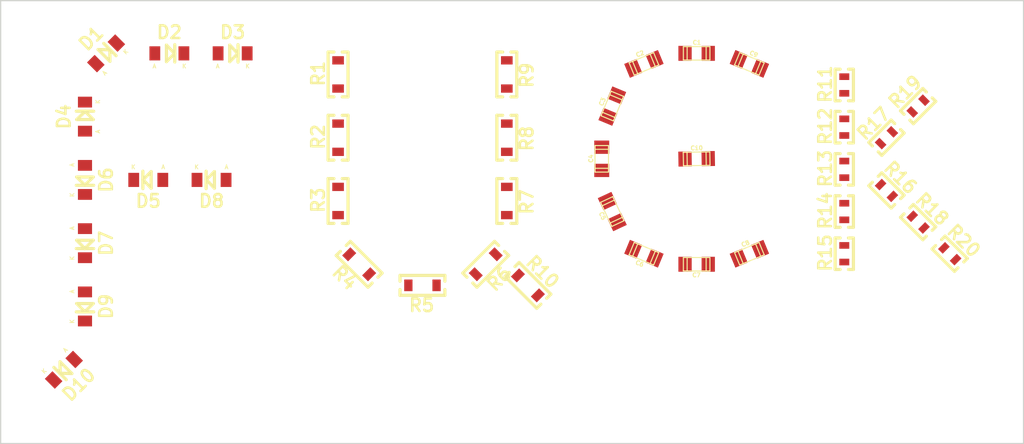
<source format=kicad_pcb>
(kicad_pcb (version 3) (host pcbnew "(2014-05-31 BZR 4902)-product")

  (general
    (links 0)
    (no_connects 0)
    (area 58.344999 24.054999 181.685001 77.545001)
    (thickness 1.6)
    (drawings 4)
    (tracks 0)
    (zones 0)
    (modules 40)
    (nets 81)
  )

  (page A4)
  (layers
    (15 F.Cu signal)
    (0 B.Cu signal)
    (16 B.Adhes user)
    (17 F.Adhes user)
    (18 B.Paste user)
    (19 F.Paste user)
    (20 B.SilkS user)
    (21 F.SilkS user)
    (22 B.Mask user)
    (23 F.Mask user)
    (24 Dwgs.User user)
    (25 Cmts.User user)
    (26 Eco1.User user)
    (27 Eco2.User user)
    (28 Edge.Cuts user)
  )

  (setup
    (last_trace_width 0.254)
    (trace_clearance 0.254)
    (zone_clearance 0.508)
    (zone_45_only no)
    (trace_min 0.254)
    (segment_width 0.2)
    (edge_width 0.15)
    (via_size 0.889)
    (via_drill 0.635)
    (via_min_size 0.889)
    (via_min_drill 0.508)
    (uvia_size 0.508)
    (uvia_drill 0.127)
    (uvias_allowed no)
    (uvia_min_size 0.508)
    (uvia_min_drill 0.127)
    (pcb_text_width 0.3)
    (pcb_text_size 1.5 1.5)
    (mod_edge_width 0.15)
    (mod_text_size 1.5 1.5)
    (mod_text_width 0.15)
    (pad_size 1.4 1.4)
    (pad_drill 0.6)
    (pad_to_mask_clearance 0.2)
    (aux_axis_origin 0 0)
    (visible_elements FFFFFF7F)
    (pcbplotparams
      (layerselection 270565376)
      (usegerberextensions true)
      (excludeedgelayer true)
      (linewidth 0.100000)
      (plotframeref false)
      (viasonmask false)
      (mode 1)
      (useauxorigin false)
      (hpglpennumber 1)
      (hpglpenspeed 20)
      (hpglpendiameter 15)
      (hpglpenoverlay 2)
      (psnegative false)
      (psa4output false)
      (plotreference true)
      (plotvalue true)
      (plotinvisibletext false)
      (padsonsilk false)
      (subtractmaskfromsilk false)
      (outputformat 1)
      (mirror false)
      (drillshape 0)
      (scaleselection 1)
      (outputdirectory ""))
  )

  (net 0 "")
  (net 1 "Net-(C1-Pad1)")
  (net 2 "Net-(C1-Pad2)")
  (net 3 "Net-(C2-Pad1)")
  (net 4 "Net-(C2-Pad2)")
  (net 5 "Net-(C3-Pad1)")
  (net 6 "Net-(C3-Pad2)")
  (net 7 "Net-(C4-Pad1)")
  (net 8 "Net-(C4-Pad2)")
  (net 9 "Net-(C5-Pad1)")
  (net 10 "Net-(C5-Pad2)")
  (net 11 "Net-(C6-Pad1)")
  (net 12 "Net-(C6-Pad2)")
  (net 13 "Net-(C7-Pad1)")
  (net 14 "Net-(C7-Pad2)")
  (net 15 "Net-(C8-Pad1)")
  (net 16 "Net-(C8-Pad2)")
  (net 17 "Net-(C9-Pad1)")
  (net 18 "Net-(C9-Pad2)")
  (net 19 "Net-(C10-Pad1)")
  (net 20 "Net-(C10-Pad2)")
  (net 21 "Net-(D1-Pad1)")
  (net 22 "Net-(D1-Pad2)")
  (net 23 "Net-(D2-Pad1)")
  (net 24 "Net-(D2-Pad2)")
  (net 25 "Net-(D3-Pad1)")
  (net 26 "Net-(D3-Pad2)")
  (net 27 "Net-(D4-Pad1)")
  (net 28 "Net-(D4-Pad2)")
  (net 29 "Net-(D5-Pad1)")
  (net 30 "Net-(D5-Pad2)")
  (net 31 "Net-(D6-Pad1)")
  (net 32 "Net-(D6-Pad2)")
  (net 33 "Net-(D7-Pad1)")
  (net 34 "Net-(D7-Pad2)")
  (net 35 "Net-(D8-Pad1)")
  (net 36 "Net-(D8-Pad2)")
  (net 37 "Net-(D9-Pad1)")
  (net 38 "Net-(D9-Pad2)")
  (net 39 "Net-(D10-Pad1)")
  (net 40 "Net-(D10-Pad2)")
  (net 41 "Net-(R1-Pad1)")
  (net 42 "Net-(R1-Pad2)")
  (net 43 "Net-(R2-Pad1)")
  (net 44 "Net-(R2-Pad2)")
  (net 45 "Net-(R3-Pad1)")
  (net 46 "Net-(R3-Pad2)")
  (net 47 "Net-(R4-Pad1)")
  (net 48 "Net-(R4-Pad2)")
  (net 49 "Net-(R5-Pad1)")
  (net 50 "Net-(R5-Pad2)")
  (net 51 "Net-(R6-Pad1)")
  (net 52 "Net-(R6-Pad2)")
  (net 53 "Net-(R7-Pad1)")
  (net 54 "Net-(R7-Pad2)")
  (net 55 "Net-(R8-Pad1)")
  (net 56 "Net-(R8-Pad2)")
  (net 57 "Net-(R9-Pad1)")
  (net 58 "Net-(R9-Pad2)")
  (net 59 "Net-(R10-Pad1)")
  (net 60 "Net-(R10-Pad2)")
  (net 61 "Net-(R11-Pad1)")
  (net 62 "Net-(R11-Pad2)")
  (net 63 "Net-(R12-Pad1)")
  (net 64 "Net-(R12-Pad2)")
  (net 65 "Net-(R13-Pad1)")
  (net 66 "Net-(R13-Pad2)")
  (net 67 "Net-(R14-Pad1)")
  (net 68 "Net-(R14-Pad2)")
  (net 69 "Net-(R15-Pad1)")
  (net 70 "Net-(R15-Pad2)")
  (net 71 "Net-(R16-Pad1)")
  (net 72 "Net-(R16-Pad2)")
  (net 73 "Net-(R17-Pad1)")
  (net 74 "Net-(R17-Pad2)")
  (net 75 "Net-(R18-Pad1)")
  (net 76 "Net-(R18-Pad2)")
  (net 77 "Net-(R19-Pad1)")
  (net 78 "Net-(R19-Pad2)")
  (net 79 "Net-(R20-Pad1)")
  (net 80 "Net-(R20-Pad2)")

  (net_class Default "This is the default net class."
    (clearance 0.254)
    (trace_width 0.254)
    (via_dia 0.889)
    (via_drill 0.635)
    (uvia_dia 0.508)
    (uvia_drill 0.127)
    (add_net "Net-(C1-Pad1)")
    (add_net "Net-(C1-Pad2)")
    (add_net "Net-(C10-Pad1)")
    (add_net "Net-(C10-Pad2)")
    (add_net "Net-(C2-Pad1)")
    (add_net "Net-(C2-Pad2)")
    (add_net "Net-(C3-Pad1)")
    (add_net "Net-(C3-Pad2)")
    (add_net "Net-(C4-Pad1)")
    (add_net "Net-(C4-Pad2)")
    (add_net "Net-(C5-Pad1)")
    (add_net "Net-(C5-Pad2)")
    (add_net "Net-(C6-Pad1)")
    (add_net "Net-(C6-Pad2)")
    (add_net "Net-(C7-Pad1)")
    (add_net "Net-(C7-Pad2)")
    (add_net "Net-(C8-Pad1)")
    (add_net "Net-(C8-Pad2)")
    (add_net "Net-(C9-Pad1)")
    (add_net "Net-(C9-Pad2)")
    (add_net "Net-(D1-Pad1)")
    (add_net "Net-(D1-Pad2)")
    (add_net "Net-(D10-Pad1)")
    (add_net "Net-(D10-Pad2)")
    (add_net "Net-(D2-Pad1)")
    (add_net "Net-(D2-Pad2)")
    (add_net "Net-(D3-Pad1)")
    (add_net "Net-(D3-Pad2)")
    (add_net "Net-(D4-Pad1)")
    (add_net "Net-(D4-Pad2)")
    (add_net "Net-(D5-Pad1)")
    (add_net "Net-(D5-Pad2)")
    (add_net "Net-(D6-Pad1)")
    (add_net "Net-(D6-Pad2)")
    (add_net "Net-(D7-Pad1)")
    (add_net "Net-(D7-Pad2)")
    (add_net "Net-(D8-Pad1)")
    (add_net "Net-(D8-Pad2)")
    (add_net "Net-(D9-Pad1)")
    (add_net "Net-(D9-Pad2)")
    (add_net "Net-(R1-Pad1)")
    (add_net "Net-(R1-Pad2)")
    (add_net "Net-(R10-Pad1)")
    (add_net "Net-(R10-Pad2)")
    (add_net "Net-(R11-Pad1)")
    (add_net "Net-(R11-Pad2)")
    (add_net "Net-(R12-Pad1)")
    (add_net "Net-(R12-Pad2)")
    (add_net "Net-(R13-Pad1)")
    (add_net "Net-(R13-Pad2)")
    (add_net "Net-(R14-Pad1)")
    (add_net "Net-(R14-Pad2)")
    (add_net "Net-(R15-Pad1)")
    (add_net "Net-(R15-Pad2)")
    (add_net "Net-(R16-Pad1)")
    (add_net "Net-(R16-Pad2)")
    (add_net "Net-(R17-Pad1)")
    (add_net "Net-(R17-Pad2)")
    (add_net "Net-(R18-Pad1)")
    (add_net "Net-(R18-Pad2)")
    (add_net "Net-(R19-Pad1)")
    (add_net "Net-(R19-Pad2)")
    (add_net "Net-(R2-Pad1)")
    (add_net "Net-(R2-Pad2)")
    (add_net "Net-(R20-Pad1)")
    (add_net "Net-(R20-Pad2)")
    (add_net "Net-(R3-Pad1)")
    (add_net "Net-(R3-Pad2)")
    (add_net "Net-(R4-Pad1)")
    (add_net "Net-(R4-Pad2)")
    (add_net "Net-(R5-Pad1)")
    (add_net "Net-(R5-Pad2)")
    (add_net "Net-(R6-Pad1)")
    (add_net "Net-(R6-Pad2)")
    (add_net "Net-(R7-Pad1)")
    (add_net "Net-(R7-Pad2)")
    (add_net "Net-(R8-Pad1)")
    (add_net "Net-(R8-Pad2)")
    (add_net "Net-(R9-Pad1)")
    (add_net "Net-(R9-Pad2)")
  )

  (module Capacitors_SMD:c_1206 (layer F.Cu) (tedit 53D1B64E) (tstamp 53D1B7CB)
    (at 142.24 30.48)
    (descr "SMT capacitor, 1206")
    (path /53C197C7)
    (fp_text reference C1 (at 0.0254 -1.2954) (layer F.SilkS)
      (effects (font (size 0.50038 0.50038) (thickness 0.11938)))
    )
    (fp_text value CAP (at 0 1.27) (layer F.SilkS) hide
      (effects (font (size 0.50038 0.50038) (thickness 0.11938)))
    )
    (fp_line (start 1.143 0.8128) (end 1.143 -0.8128) (layer F.SilkS) (width 0.127))
    (fp_line (start -1.143 -0.8128) (end -1.143 0.8128) (layer F.SilkS) (width 0.127))
    (fp_line (start -1.6002 -0.8128) (end -1.6002 0.8128) (layer F.SilkS) (width 0.127))
    (fp_line (start -1.6002 0.8128) (end 1.6002 0.8128) (layer F.SilkS) (width 0.127))
    (fp_line (start 1.6002 0.8128) (end 1.6002 -0.8128) (layer F.SilkS) (width 0.127))
    (fp_line (start 1.6002 -0.8128) (end -1.6002 -0.8128) (layer F.SilkS) (width 0.127))
    (pad 1 smd rect (at 1.397 0) (size 1.6002 1.8034) (layers F.Cu F.Paste F.Mask)
      (net 1 "Net-(C1-Pad1)"))
    (pad 2 smd rect (at -1.397 0) (size 1.6002 1.8034) (layers F.Cu F.Paste F.Mask)
      (net 2 "Net-(C1-Pad2)"))
    (model smd/capacitors/c_1206.wrl
      (at (xyz 0 0 0))
      (scale (xyz 1 1 1))
      (rotate (xyz 0 0 0))
    )
  )

  (module Capacitors_SMD:c_1206 (layer F.Cu) (tedit 53D1B64E) (tstamp 53D1B7D7)
    (at 135.89 31.75 22.5)
    (descr "SMT capacitor, 1206")
    (path /53C19A72)
    (fp_text reference C2 (at 0.0254 -1.2954 22.5) (layer F.SilkS)
      (effects (font (size 0.50038 0.50038) (thickness 0.11938)))
    )
    (fp_text value CAP (at 0 1.27 22.5) (layer F.SilkS) hide
      (effects (font (size 0.50038 0.50038) (thickness 0.11938)))
    )
    (fp_line (start 1.143 0.8128) (end 1.143 -0.8128) (layer F.SilkS) (width 0.127))
    (fp_line (start -1.143 -0.8128) (end -1.143 0.8128) (layer F.SilkS) (width 0.127))
    (fp_line (start -1.6002 -0.8128) (end -1.6002 0.8128) (layer F.SilkS) (width 0.127))
    (fp_line (start -1.6002 0.8128) (end 1.6002 0.8128) (layer F.SilkS) (width 0.127))
    (fp_line (start 1.6002 0.8128) (end 1.6002 -0.8128) (layer F.SilkS) (width 0.127))
    (fp_line (start 1.6002 -0.8128) (end -1.6002 -0.8128) (layer F.SilkS) (width 0.127))
    (pad 1 smd rect (at 1.397 0 22.5) (size 1.6002 1.8034) (layers F.Cu F.Paste F.Mask)
      (net 3 "Net-(C2-Pad1)"))
    (pad 2 smd rect (at -1.397 0 22.5) (size 1.6002 1.8034) (layers F.Cu F.Paste F.Mask)
      (net 4 "Net-(C2-Pad2)"))
    (model smd/capacitors/c_1206.wrl
      (at (xyz 0 0 0))
      (scale (xyz 1 1 1))
      (rotate (xyz 0 0 0))
    )
  )

  (module Capacitors_SMD:c_1206 (layer F.Cu) (tedit 53D1B64E) (tstamp 53D1B7E3)
    (at 132.08 36.83 67.5)
    (descr "SMT capacitor, 1206")
    (path /53C197E9)
    (fp_text reference C3 (at 0.0254 -1.2954 67.5) (layer F.SilkS)
      (effects (font (size 0.50038 0.50038) (thickness 0.11938)))
    )
    (fp_text value CAP (at 0 1.27 67.5) (layer F.SilkS) hide
      (effects (font (size 0.50038 0.50038) (thickness 0.11938)))
    )
    (fp_line (start 1.143 0.8128) (end 1.143 -0.8128) (layer F.SilkS) (width 0.127))
    (fp_line (start -1.143 -0.8128) (end -1.143 0.8128) (layer F.SilkS) (width 0.127))
    (fp_line (start -1.6002 -0.8128) (end -1.6002 0.8128) (layer F.SilkS) (width 0.127))
    (fp_line (start -1.6002 0.8128) (end 1.6002 0.8128) (layer F.SilkS) (width 0.127))
    (fp_line (start 1.6002 0.8128) (end 1.6002 -0.8128) (layer F.SilkS) (width 0.127))
    (fp_line (start 1.6002 -0.8128) (end -1.6002 -0.8128) (layer F.SilkS) (width 0.127))
    (pad 1 smd rect (at 1.397 0 67.5) (size 1.6002 1.8034) (layers F.Cu F.Paste F.Mask)
      (net 5 "Net-(C3-Pad1)"))
    (pad 2 smd rect (at -1.397 0 67.5) (size 1.6002 1.8034) (layers F.Cu F.Paste F.Mask)
      (net 6 "Net-(C3-Pad2)"))
    (model smd/capacitors/c_1206.wrl
      (at (xyz 0 0 0))
      (scale (xyz 1 1 1))
      (rotate (xyz 0 0 0))
    )
  )

  (module Capacitors_SMD:c_1206 (layer F.Cu) (tedit 53D1B64E) (tstamp 53D1B7EF)
    (at 130.81 43.18 90)
    (descr "SMT capacitor, 1206")
    (path /53C19A78)
    (fp_text reference C4 (at 0.0254 -1.2954 90) (layer F.SilkS)
      (effects (font (size 0.50038 0.50038) (thickness 0.11938)))
    )
    (fp_text value CAP (at 0 1.27 90) (layer F.SilkS) hide
      (effects (font (size 0.50038 0.50038) (thickness 0.11938)))
    )
    (fp_line (start 1.143 0.8128) (end 1.143 -0.8128) (layer F.SilkS) (width 0.127))
    (fp_line (start -1.143 -0.8128) (end -1.143 0.8128) (layer F.SilkS) (width 0.127))
    (fp_line (start -1.6002 -0.8128) (end -1.6002 0.8128) (layer F.SilkS) (width 0.127))
    (fp_line (start -1.6002 0.8128) (end 1.6002 0.8128) (layer F.SilkS) (width 0.127))
    (fp_line (start 1.6002 0.8128) (end 1.6002 -0.8128) (layer F.SilkS) (width 0.127))
    (fp_line (start 1.6002 -0.8128) (end -1.6002 -0.8128) (layer F.SilkS) (width 0.127))
    (pad 1 smd rect (at 1.397 0 90) (size 1.6002 1.8034) (layers F.Cu F.Paste F.Mask)
      (net 7 "Net-(C4-Pad1)"))
    (pad 2 smd rect (at -1.397 0 90) (size 1.6002 1.8034) (layers F.Cu F.Paste F.Mask)
      (net 8 "Net-(C4-Pad2)"))
    (model smd/capacitors/c_1206.wrl
      (at (xyz 0 0 0))
      (scale (xyz 1 1 1))
      (rotate (xyz 0 0 0))
    )
  )

  (module Capacitors_SMD:c_1206 (layer F.Cu) (tedit 53D1B64E) (tstamp 53D1B7FB)
    (at 132.08 49.53 115)
    (descr "SMT capacitor, 1206")
    (path /53C19803)
    (fp_text reference C5 (at 0.0254 -1.2954 115) (layer F.SilkS)
      (effects (font (size 0.50038 0.50038) (thickness 0.11938)))
    )
    (fp_text value CAP (at 0 1.27 115) (layer F.SilkS) hide
      (effects (font (size 0.50038 0.50038) (thickness 0.11938)))
    )
    (fp_line (start 1.143 0.8128) (end 1.143 -0.8128) (layer F.SilkS) (width 0.127))
    (fp_line (start -1.143 -0.8128) (end -1.143 0.8128) (layer F.SilkS) (width 0.127))
    (fp_line (start -1.6002 -0.8128) (end -1.6002 0.8128) (layer F.SilkS) (width 0.127))
    (fp_line (start -1.6002 0.8128) (end 1.6002 0.8128) (layer F.SilkS) (width 0.127))
    (fp_line (start 1.6002 0.8128) (end 1.6002 -0.8128) (layer F.SilkS) (width 0.127))
    (fp_line (start 1.6002 -0.8128) (end -1.6002 -0.8128) (layer F.SilkS) (width 0.127))
    (pad 1 smd rect (at 1.397 0 115) (size 1.6002 1.8034) (layers F.Cu F.Paste F.Mask)
      (net 9 "Net-(C5-Pad1)"))
    (pad 2 smd rect (at -1.397 0 115) (size 1.6002 1.8034) (layers F.Cu F.Paste F.Mask)
      (net 10 "Net-(C5-Pad2)"))
    (model smd/capacitors/c_1206.wrl
      (at (xyz 0 0 0))
      (scale (xyz 1 1 1))
      (rotate (xyz 0 0 0))
    )
  )

  (module Capacitors_SMD:c_1206 (layer F.Cu) (tedit 53D1B64E) (tstamp 53D1B807)
    (at 135.89 54.61 157.5)
    (descr "SMT capacitor, 1206")
    (path /53C19A7E)
    (fp_text reference C6 (at 0.0254 -1.2954 157.5) (layer F.SilkS)
      (effects (font (size 0.50038 0.50038) (thickness 0.11938)))
    )
    (fp_text value CAP (at 0 1.27 157.5) (layer F.SilkS) hide
      (effects (font (size 0.50038 0.50038) (thickness 0.11938)))
    )
    (fp_line (start 1.143 0.8128) (end 1.143 -0.8128) (layer F.SilkS) (width 0.127))
    (fp_line (start -1.143 -0.8128) (end -1.143 0.8128) (layer F.SilkS) (width 0.127))
    (fp_line (start -1.6002 -0.8128) (end -1.6002 0.8128) (layer F.SilkS) (width 0.127))
    (fp_line (start -1.6002 0.8128) (end 1.6002 0.8128) (layer F.SilkS) (width 0.127))
    (fp_line (start 1.6002 0.8128) (end 1.6002 -0.8128) (layer F.SilkS) (width 0.127))
    (fp_line (start 1.6002 -0.8128) (end -1.6002 -0.8128) (layer F.SilkS) (width 0.127))
    (pad 1 smd rect (at 1.397 0 157.5) (size 1.6002 1.8034) (layers F.Cu F.Paste F.Mask)
      (net 11 "Net-(C6-Pad1)"))
    (pad 2 smd rect (at -1.397 0 157.5) (size 1.6002 1.8034) (layers F.Cu F.Paste F.Mask)
      (net 12 "Net-(C6-Pad2)"))
    (model smd/capacitors/c_1206.wrl
      (at (xyz 0 0 0))
      (scale (xyz 1 1 1))
      (rotate (xyz 0 0 0))
    )
  )

  (module Capacitors_SMD:c_1206 (layer F.Cu) (tedit 53D1B64E) (tstamp 53D1B813)
    (at 142.24 55.88 180)
    (descr "SMT capacitor, 1206")
    (path /53C19820)
    (fp_text reference C7 (at 0.0254 -1.2954 180) (layer F.SilkS)
      (effects (font (size 0.50038 0.50038) (thickness 0.11938)))
    )
    (fp_text value CAP (at 0 1.27 180) (layer F.SilkS) hide
      (effects (font (size 0.50038 0.50038) (thickness 0.11938)))
    )
    (fp_line (start 1.143 0.8128) (end 1.143 -0.8128) (layer F.SilkS) (width 0.127))
    (fp_line (start -1.143 -0.8128) (end -1.143 0.8128) (layer F.SilkS) (width 0.127))
    (fp_line (start -1.6002 -0.8128) (end -1.6002 0.8128) (layer F.SilkS) (width 0.127))
    (fp_line (start -1.6002 0.8128) (end 1.6002 0.8128) (layer F.SilkS) (width 0.127))
    (fp_line (start 1.6002 0.8128) (end 1.6002 -0.8128) (layer F.SilkS) (width 0.127))
    (fp_line (start 1.6002 -0.8128) (end -1.6002 -0.8128) (layer F.SilkS) (width 0.127))
    (pad 1 smd rect (at 1.397 0 180) (size 1.6002 1.8034) (layers F.Cu F.Paste F.Mask)
      (net 13 "Net-(C7-Pad1)"))
    (pad 2 smd rect (at -1.397 0 180) (size 1.6002 1.8034) (layers F.Cu F.Paste F.Mask)
      (net 14 "Net-(C7-Pad2)"))
    (model smd/capacitors/c_1206.wrl
      (at (xyz 0 0 0))
      (scale (xyz 1 1 1))
      (rotate (xyz 0 0 0))
    )
  )

  (module Capacitors_SMD:c_1206 (layer F.Cu) (tedit 53D1B64E) (tstamp 53D1B81F)
    (at 148.59 54.61 22.5)
    (descr "SMT capacitor, 1206")
    (path /53C19A84)
    (fp_text reference C8 (at 0.0254 -1.2954 22.5) (layer F.SilkS)
      (effects (font (size 0.50038 0.50038) (thickness 0.11938)))
    )
    (fp_text value CAP (at 0 1.27 22.5) (layer F.SilkS) hide
      (effects (font (size 0.50038 0.50038) (thickness 0.11938)))
    )
    (fp_line (start 1.143 0.8128) (end 1.143 -0.8128) (layer F.SilkS) (width 0.127))
    (fp_line (start -1.143 -0.8128) (end -1.143 0.8128) (layer F.SilkS) (width 0.127))
    (fp_line (start -1.6002 -0.8128) (end -1.6002 0.8128) (layer F.SilkS) (width 0.127))
    (fp_line (start -1.6002 0.8128) (end 1.6002 0.8128) (layer F.SilkS) (width 0.127))
    (fp_line (start 1.6002 0.8128) (end 1.6002 -0.8128) (layer F.SilkS) (width 0.127))
    (fp_line (start 1.6002 -0.8128) (end -1.6002 -0.8128) (layer F.SilkS) (width 0.127))
    (pad 1 smd rect (at 1.397 0 22.5) (size 1.6002 1.8034) (layers F.Cu F.Paste F.Mask)
      (net 15 "Net-(C8-Pad1)"))
    (pad 2 smd rect (at -1.397 0 22.5) (size 1.6002 1.8034) (layers F.Cu F.Paste F.Mask)
      (net 16 "Net-(C8-Pad2)"))
    (model smd/capacitors/c_1206.wrl
      (at (xyz 0 0 0))
      (scale (xyz 1 1 1))
      (rotate (xyz 0 0 0))
    )
  )

  (module Capacitors_SMD:c_1206 (layer F.Cu) (tedit 53D1B64E) (tstamp 53D1B82B)
    (at 148.59 31.75 337.5)
    (descr "SMT capacitor, 1206")
    (path /53C19840)
    (fp_text reference C9 (at 0.0254 -1.2954 337.5) (layer F.SilkS)
      (effects (font (size 0.50038 0.50038) (thickness 0.11938)))
    )
    (fp_text value CAP (at 0 1.27 337.5) (layer F.SilkS) hide
      (effects (font (size 0.50038 0.50038) (thickness 0.11938)))
    )
    (fp_line (start 1.143 0.8128) (end 1.143 -0.8128) (layer F.SilkS) (width 0.127))
    (fp_line (start -1.143 -0.8128) (end -1.143 0.8128) (layer F.SilkS) (width 0.127))
    (fp_line (start -1.6002 -0.8128) (end -1.6002 0.8128) (layer F.SilkS) (width 0.127))
    (fp_line (start -1.6002 0.8128) (end 1.6002 0.8128) (layer F.SilkS) (width 0.127))
    (fp_line (start 1.6002 0.8128) (end 1.6002 -0.8128) (layer F.SilkS) (width 0.127))
    (fp_line (start 1.6002 -0.8128) (end -1.6002 -0.8128) (layer F.SilkS) (width 0.127))
    (pad 1 smd rect (at 1.397 0 337.5) (size 1.6002 1.8034) (layers F.Cu F.Paste F.Mask)
      (net 17 "Net-(C9-Pad1)"))
    (pad 2 smd rect (at -1.397 0 337.5) (size 1.6002 1.8034) (layers F.Cu F.Paste F.Mask)
      (net 18 "Net-(C9-Pad2)"))
    (model smd/capacitors/c_1206.wrl
      (at (xyz 0 0 0))
      (scale (xyz 1 1 1))
      (rotate (xyz 0 0 0))
    )
  )

  (module Capacitors_SMD:c_1206 (layer F.Cu) (tedit 53D1B64E) (tstamp 53D1B837)
    (at 142.24 43.18 1)
    (descr "SMT capacitor, 1206")
    (path /53C19A8A)
    (fp_text reference C10 (at 0.0254 -1.2954 1) (layer F.SilkS)
      (effects (font (size 0.50038 0.50038) (thickness 0.11938)))
    )
    (fp_text value CAP (at 0 1.27 1) (layer F.SilkS) hide
      (effects (font (size 0.50038 0.50038) (thickness 0.11938)))
    )
    (fp_line (start 1.143 0.8128) (end 1.143 -0.8128) (layer F.SilkS) (width 0.127))
    (fp_line (start -1.143 -0.8128) (end -1.143 0.8128) (layer F.SilkS) (width 0.127))
    (fp_line (start -1.6002 -0.8128) (end -1.6002 0.8128) (layer F.SilkS) (width 0.127))
    (fp_line (start -1.6002 0.8128) (end 1.6002 0.8128) (layer F.SilkS) (width 0.127))
    (fp_line (start 1.6002 0.8128) (end 1.6002 -0.8128) (layer F.SilkS) (width 0.127))
    (fp_line (start 1.6002 -0.8128) (end -1.6002 -0.8128) (layer F.SilkS) (width 0.127))
    (pad 1 smd rect (at 1.397 0 1) (size 1.6002 1.8034) (layers F.Cu F.Paste F.Mask)
      (net 19 "Net-(C10-Pad1)"))
    (pad 2 smd rect (at -1.397 0 1) (size 1.6002 1.8034) (layers F.Cu F.Paste F.Mask)
      (net 20 "Net-(C10-Pad2)"))
    (model smd/capacitors/c_1206.wrl
      (at (xyz 0 0 0))
      (scale (xyz 1 1 1))
      (rotate (xyz 0 0 0))
    )
  )

  (module Diodes_SMD:Diode-MiniMELF_Standard (layer F.Cu) (tedit 53D1B64E) (tstamp 53D1B845)
    (at 71.12 30.48 45)
    (descr "Diode Mini-MELF Standard")
    (tags "Diode Mini-MELF Standard")
    (path /53C19CA4)
    (attr smd)
    (fp_text reference D1 (at 0 -2.54 45) (layer F.SilkS)
      (effects (font (thickness 0.3048)))
    )
    (fp_text value DIODE (at 0 3.81 45) (layer F.SilkS) hide
      (effects (font (thickness 0.3048)))
    )
    (fp_line (start 0.65024 0.0508) (end -0.35052 -1.00076) (layer F.SilkS) (width 0.381))
    (fp_line (start -0.35052 -1.00076) (end -0.35052 1.00076) (layer F.SilkS) (width 0.381))
    (fp_line (start -0.35052 1.00076) (end 0.65024 0) (layer F.SilkS) (width 0.381))
    (fp_line (start 0.65024 -1.04902) (end 0.65024 1.04902) (layer F.SilkS) (width 0.381))
    (fp_text user A (at -1.80086 1.5494 45) (layer F.SilkS)
      (effects (font (size 0.50038 0.50038) (thickness 0.09906)))
    )
    (fp_text user K (at 1.80086 1.5494 45) (layer F.SilkS)
      (effects (font (size 0.50038 0.50038) (thickness 0.09906)))
    )
    (fp_circle (center 0 0) (end 0 0.55118) (layer F.Adhes) (width 0.381))
    (fp_circle (center 0 0) (end 0 0.20066) (layer F.Adhes) (width 0.381))
    (pad 1 smd rect (at -1.75006 0 45) (size 1.30048 1.69926) (layers F.Cu F.Paste F.Mask)
      (net 21 "Net-(D1-Pad1)"))
    (pad 2 smd rect (at 1.75006 0 45) (size 1.30048 1.69926) (layers F.Cu F.Paste F.Mask)
      (net 22 "Net-(D1-Pad2)"))
    (model MiniMELF_DO213AA_Faktor03937_RevA_06Sep2012.wrl
      (at (xyz 0 0 0))
      (scale (xyz 0.3937 0.3937 0.3937))
      (rotate (xyz 0 0 0))
    )
  )

  (module Diodes_SMD:Diode-MiniMELF_Standard (layer F.Cu) (tedit 53D1B64E) (tstamp 53D1B853)
    (at 78.74 30.48)
    (descr "Diode Mini-MELF Standard")
    (tags "Diode Mini-MELF Standard")
    (path /53C19EFC)
    (attr smd)
    (fp_text reference D2 (at 0 -2.54) (layer F.SilkS)
      (effects (font (thickness 0.3048)))
    )
    (fp_text value DIODE (at 0 3.81) (layer F.SilkS) hide
      (effects (font (thickness 0.3048)))
    )
    (fp_line (start 0.65024 0.0508) (end -0.35052 -1.00076) (layer F.SilkS) (width 0.381))
    (fp_line (start -0.35052 -1.00076) (end -0.35052 1.00076) (layer F.SilkS) (width 0.381))
    (fp_line (start -0.35052 1.00076) (end 0.65024 0) (layer F.SilkS) (width 0.381))
    (fp_line (start 0.65024 -1.04902) (end 0.65024 1.04902) (layer F.SilkS) (width 0.381))
    (fp_text user A (at -1.80086 1.5494) (layer F.SilkS)
      (effects (font (size 0.50038 0.50038) (thickness 0.09906)))
    )
    (fp_text user K (at 1.80086 1.5494) (layer F.SilkS)
      (effects (font (size 0.50038 0.50038) (thickness 0.09906)))
    )
    (fp_circle (center 0 0) (end 0 0.55118) (layer F.Adhes) (width 0.381))
    (fp_circle (center 0 0) (end 0 0.20066) (layer F.Adhes) (width 0.381))
    (pad 1 smd rect (at -1.75006 0) (size 1.30048 1.69926) (layers F.Cu F.Paste F.Mask)
      (net 23 "Net-(D2-Pad1)"))
    (pad 2 smd rect (at 1.75006 0) (size 1.30048 1.69926) (layers F.Cu F.Paste F.Mask)
      (net 24 "Net-(D2-Pad2)"))
    (model MiniMELF_DO213AA_Faktor03937_RevA_06Sep2012.wrl
      (at (xyz 0 0 0))
      (scale (xyz 0.3937 0.3937 0.3937))
      (rotate (xyz 0 0 0))
    )
  )

  (module Diodes_SMD:Diode-MiniMELF_Standard (layer F.Cu) (tedit 53D1B64E) (tstamp 53D1B861)
    (at 86.36 30.48)
    (descr "Diode Mini-MELF Standard")
    (tags "Diode Mini-MELF Standard")
    (path /53C19CF1)
    (attr smd)
    (fp_text reference D3 (at 0 -2.54) (layer F.SilkS)
      (effects (font (thickness 0.3048)))
    )
    (fp_text value DIODE (at 0 3.81) (layer F.SilkS) hide
      (effects (font (thickness 0.3048)))
    )
    (fp_line (start 0.65024 0.0508) (end -0.35052 -1.00076) (layer F.SilkS) (width 0.381))
    (fp_line (start -0.35052 -1.00076) (end -0.35052 1.00076) (layer F.SilkS) (width 0.381))
    (fp_line (start -0.35052 1.00076) (end 0.65024 0) (layer F.SilkS) (width 0.381))
    (fp_line (start 0.65024 -1.04902) (end 0.65024 1.04902) (layer F.SilkS) (width 0.381))
    (fp_text user A (at -1.80086 1.5494) (layer F.SilkS)
      (effects (font (size 0.50038 0.50038) (thickness 0.09906)))
    )
    (fp_text user K (at 1.80086 1.5494) (layer F.SilkS)
      (effects (font (size 0.50038 0.50038) (thickness 0.09906)))
    )
    (fp_circle (center 0 0) (end 0 0.55118) (layer F.Adhes) (width 0.381))
    (fp_circle (center 0 0) (end 0 0.20066) (layer F.Adhes) (width 0.381))
    (pad 1 smd rect (at -1.75006 0) (size 1.30048 1.69926) (layers F.Cu F.Paste F.Mask)
      (net 25 "Net-(D3-Pad1)"))
    (pad 2 smd rect (at 1.75006 0) (size 1.30048 1.69926) (layers F.Cu F.Paste F.Mask)
      (net 26 "Net-(D3-Pad2)"))
    (model MiniMELF_DO213AA_Faktor03937_RevA_06Sep2012.wrl
      (at (xyz 0 0 0))
      (scale (xyz 0.3937 0.3937 0.3937))
      (rotate (xyz 0 0 0))
    )
  )

  (module Diodes_SMD:Diode-MiniMELF_Standard (layer F.Cu) (tedit 53D1B64E) (tstamp 53D1B86F)
    (at 68.58 38.1 90)
    (descr "Diode Mini-MELF Standard")
    (tags "Diode Mini-MELF Standard")
    (path /53C19F02)
    (attr smd)
    (fp_text reference D4 (at 0 -2.54 90) (layer F.SilkS)
      (effects (font (thickness 0.3048)))
    )
    (fp_text value DIODE (at 0 3.81 90) (layer F.SilkS) hide
      (effects (font (thickness 0.3048)))
    )
    (fp_line (start 0.65024 0.0508) (end -0.35052 -1.00076) (layer F.SilkS) (width 0.381))
    (fp_line (start -0.35052 -1.00076) (end -0.35052 1.00076) (layer F.SilkS) (width 0.381))
    (fp_line (start -0.35052 1.00076) (end 0.65024 0) (layer F.SilkS) (width 0.381))
    (fp_line (start 0.65024 -1.04902) (end 0.65024 1.04902) (layer F.SilkS) (width 0.381))
    (fp_text user A (at -1.80086 1.5494 90) (layer F.SilkS)
      (effects (font (size 0.50038 0.50038) (thickness 0.09906)))
    )
    (fp_text user K (at 1.80086 1.5494 90) (layer F.SilkS)
      (effects (font (size 0.50038 0.50038) (thickness 0.09906)))
    )
    (fp_circle (center 0 0) (end 0 0.55118) (layer F.Adhes) (width 0.381))
    (fp_circle (center 0 0) (end 0 0.20066) (layer F.Adhes) (width 0.381))
    (pad 1 smd rect (at -1.75006 0 90) (size 1.30048 1.69926) (layers F.Cu F.Paste F.Mask)
      (net 27 "Net-(D4-Pad1)"))
    (pad 2 smd rect (at 1.75006 0 90) (size 1.30048 1.69926) (layers F.Cu F.Paste F.Mask)
      (net 28 "Net-(D4-Pad2)"))
    (model MiniMELF_DO213AA_Faktor03937_RevA_06Sep2012.wrl
      (at (xyz 0 0 0))
      (scale (xyz 0.3937 0.3937 0.3937))
      (rotate (xyz 0 0 0))
    )
  )

  (module Diodes_SMD:Diode-MiniMELF_Standard (layer F.Cu) (tedit 53D1B64E) (tstamp 53D1B87D)
    (at 76.2 45.72 180)
    (descr "Diode Mini-MELF Standard")
    (tags "Diode Mini-MELF Standard")
    (path /53C19D34)
    (attr smd)
    (fp_text reference D5 (at 0 -2.54 180) (layer F.SilkS)
      (effects (font (thickness 0.3048)))
    )
    (fp_text value DIODE (at 0 3.81 180) (layer F.SilkS) hide
      (effects (font (thickness 0.3048)))
    )
    (fp_line (start 0.65024 0.0508) (end -0.35052 -1.00076) (layer F.SilkS) (width 0.381))
    (fp_line (start -0.35052 -1.00076) (end -0.35052 1.00076) (layer F.SilkS) (width 0.381))
    (fp_line (start -0.35052 1.00076) (end 0.65024 0) (layer F.SilkS) (width 0.381))
    (fp_line (start 0.65024 -1.04902) (end 0.65024 1.04902) (layer F.SilkS) (width 0.381))
    (fp_text user A (at -1.80086 1.5494 180) (layer F.SilkS)
      (effects (font (size 0.50038 0.50038) (thickness 0.09906)))
    )
    (fp_text user K (at 1.80086 1.5494 180) (layer F.SilkS)
      (effects (font (size 0.50038 0.50038) (thickness 0.09906)))
    )
    (fp_circle (center 0 0) (end 0 0.55118) (layer F.Adhes) (width 0.381))
    (fp_circle (center 0 0) (end 0 0.20066) (layer F.Adhes) (width 0.381))
    (pad 1 smd rect (at -1.75006 0 180) (size 1.30048 1.69926) (layers F.Cu F.Paste F.Mask)
      (net 29 "Net-(D5-Pad1)"))
    (pad 2 smd rect (at 1.75006 0 180) (size 1.30048 1.69926) (layers F.Cu F.Paste F.Mask)
      (net 30 "Net-(D5-Pad2)"))
    (model MiniMELF_DO213AA_Faktor03937_RevA_06Sep2012.wrl
      (at (xyz 0 0 0))
      (scale (xyz 0.3937 0.3937 0.3937))
      (rotate (xyz 0 0 0))
    )
  )

  (module Diodes_SMD:Diode-MiniMELF_Standard (layer F.Cu) (tedit 53D1B64E) (tstamp 53D1B88B)
    (at 68.58 45.72 270)
    (descr "Diode Mini-MELF Standard")
    (tags "Diode Mini-MELF Standard")
    (path /53C19F08)
    (attr smd)
    (fp_text reference D6 (at 0 -2.54 270) (layer F.SilkS)
      (effects (font (thickness 0.3048)))
    )
    (fp_text value DIODE (at 0 3.81 270) (layer F.SilkS) hide
      (effects (font (thickness 0.3048)))
    )
    (fp_line (start 0.65024 0.0508) (end -0.35052 -1.00076) (layer F.SilkS) (width 0.381))
    (fp_line (start -0.35052 -1.00076) (end -0.35052 1.00076) (layer F.SilkS) (width 0.381))
    (fp_line (start -0.35052 1.00076) (end 0.65024 0) (layer F.SilkS) (width 0.381))
    (fp_line (start 0.65024 -1.04902) (end 0.65024 1.04902) (layer F.SilkS) (width 0.381))
    (fp_text user A (at -1.80086 1.5494 270) (layer F.SilkS)
      (effects (font (size 0.50038 0.50038) (thickness 0.09906)))
    )
    (fp_text user K (at 1.80086 1.5494 270) (layer F.SilkS)
      (effects (font (size 0.50038 0.50038) (thickness 0.09906)))
    )
    (fp_circle (center 0 0) (end 0 0.55118) (layer F.Adhes) (width 0.381))
    (fp_circle (center 0 0) (end 0 0.20066) (layer F.Adhes) (width 0.381))
    (pad 1 smd rect (at -1.75006 0 270) (size 1.30048 1.69926) (layers F.Cu F.Paste F.Mask)
      (net 31 "Net-(D6-Pad1)"))
    (pad 2 smd rect (at 1.75006 0 270) (size 1.30048 1.69926) (layers F.Cu F.Paste F.Mask)
      (net 32 "Net-(D6-Pad2)"))
    (model MiniMELF_DO213AA_Faktor03937_RevA_06Sep2012.wrl
      (at (xyz 0 0 0))
      (scale (xyz 0.3937 0.3937 0.3937))
      (rotate (xyz 0 0 0))
    )
  )

  (module Diodes_SMD:Diode-MiniMELF_Standard (layer F.Cu) (tedit 53D1B64E) (tstamp 53D1B899)
    (at 68.58 53.34 270)
    (descr "Diode Mini-MELF Standard")
    (tags "Diode Mini-MELF Standard")
    (path /53C19D7B)
    (attr smd)
    (fp_text reference D7 (at 0 -2.54 270) (layer F.SilkS)
      (effects (font (thickness 0.3048)))
    )
    (fp_text value DIODE (at 0 3.81 270) (layer F.SilkS) hide
      (effects (font (thickness 0.3048)))
    )
    (fp_line (start 0.65024 0.0508) (end -0.35052 -1.00076) (layer F.SilkS) (width 0.381))
    (fp_line (start -0.35052 -1.00076) (end -0.35052 1.00076) (layer F.SilkS) (width 0.381))
    (fp_line (start -0.35052 1.00076) (end 0.65024 0) (layer F.SilkS) (width 0.381))
    (fp_line (start 0.65024 -1.04902) (end 0.65024 1.04902) (layer F.SilkS) (width 0.381))
    (fp_text user A (at -1.80086 1.5494 270) (layer F.SilkS)
      (effects (font (size 0.50038 0.50038) (thickness 0.09906)))
    )
    (fp_text user K (at 1.80086 1.5494 270) (layer F.SilkS)
      (effects (font (size 0.50038 0.50038) (thickness 0.09906)))
    )
    (fp_circle (center 0 0) (end 0 0.55118) (layer F.Adhes) (width 0.381))
    (fp_circle (center 0 0) (end 0 0.20066) (layer F.Adhes) (width 0.381))
    (pad 1 smd rect (at -1.75006 0 270) (size 1.30048 1.69926) (layers F.Cu F.Paste F.Mask)
      (net 33 "Net-(D7-Pad1)"))
    (pad 2 smd rect (at 1.75006 0 270) (size 1.30048 1.69926) (layers F.Cu F.Paste F.Mask)
      (net 34 "Net-(D7-Pad2)"))
    (model MiniMELF_DO213AA_Faktor03937_RevA_06Sep2012.wrl
      (at (xyz 0 0 0))
      (scale (xyz 0.3937 0.3937 0.3937))
      (rotate (xyz 0 0 0))
    )
  )

  (module Diodes_SMD:Diode-MiniMELF_Standard (layer F.Cu) (tedit 53D1B64E) (tstamp 53D1B8A7)
    (at 83.82 45.72 180)
    (descr "Diode Mini-MELF Standard")
    (tags "Diode Mini-MELF Standard")
    (path /53C19F0E)
    (attr smd)
    (fp_text reference D8 (at 0 -2.54 180) (layer F.SilkS)
      (effects (font (thickness 0.3048)))
    )
    (fp_text value DIODE (at 0 3.81 180) (layer F.SilkS) hide
      (effects (font (thickness 0.3048)))
    )
    (fp_line (start 0.65024 0.0508) (end -0.35052 -1.00076) (layer F.SilkS) (width 0.381))
    (fp_line (start -0.35052 -1.00076) (end -0.35052 1.00076) (layer F.SilkS) (width 0.381))
    (fp_line (start -0.35052 1.00076) (end 0.65024 0) (layer F.SilkS) (width 0.381))
    (fp_line (start 0.65024 -1.04902) (end 0.65024 1.04902) (layer F.SilkS) (width 0.381))
    (fp_text user A (at -1.80086 1.5494 180) (layer F.SilkS)
      (effects (font (size 0.50038 0.50038) (thickness 0.09906)))
    )
    (fp_text user K (at 1.80086 1.5494 180) (layer F.SilkS)
      (effects (font (size 0.50038 0.50038) (thickness 0.09906)))
    )
    (fp_circle (center 0 0) (end 0 0.55118) (layer F.Adhes) (width 0.381))
    (fp_circle (center 0 0) (end 0 0.20066) (layer F.Adhes) (width 0.381))
    (pad 1 smd rect (at -1.75006 0 180) (size 1.30048 1.69926) (layers F.Cu F.Paste F.Mask)
      (net 35 "Net-(D8-Pad1)"))
    (pad 2 smd rect (at 1.75006 0 180) (size 1.30048 1.69926) (layers F.Cu F.Paste F.Mask)
      (net 36 "Net-(D8-Pad2)"))
    (model MiniMELF_DO213AA_Faktor03937_RevA_06Sep2012.wrl
      (at (xyz 0 0 0))
      (scale (xyz 0.3937 0.3937 0.3937))
      (rotate (xyz 0 0 0))
    )
  )

  (module Diodes_SMD:Diode-MiniMELF_Standard (layer F.Cu) (tedit 53D1B64E) (tstamp 53D1B8B5)
    (at 68.58 60.96 270)
    (descr "Diode Mini-MELF Standard")
    (tags "Diode Mini-MELF Standard")
    (path /53C19DC2)
    (attr smd)
    (fp_text reference D9 (at 0 -2.54 270) (layer F.SilkS)
      (effects (font (thickness 0.3048)))
    )
    (fp_text value DIODE (at 0 3.81 270) (layer F.SilkS) hide
      (effects (font (thickness 0.3048)))
    )
    (fp_line (start 0.65024 0.0508) (end -0.35052 -1.00076) (layer F.SilkS) (width 0.381))
    (fp_line (start -0.35052 -1.00076) (end -0.35052 1.00076) (layer F.SilkS) (width 0.381))
    (fp_line (start -0.35052 1.00076) (end 0.65024 0) (layer F.SilkS) (width 0.381))
    (fp_line (start 0.65024 -1.04902) (end 0.65024 1.04902) (layer F.SilkS) (width 0.381))
    (fp_text user A (at -1.80086 1.5494 270) (layer F.SilkS)
      (effects (font (size 0.50038 0.50038) (thickness 0.09906)))
    )
    (fp_text user K (at 1.80086 1.5494 270) (layer F.SilkS)
      (effects (font (size 0.50038 0.50038) (thickness 0.09906)))
    )
    (fp_circle (center 0 0) (end 0 0.55118) (layer F.Adhes) (width 0.381))
    (fp_circle (center 0 0) (end 0 0.20066) (layer F.Adhes) (width 0.381))
    (pad 1 smd rect (at -1.75006 0 270) (size 1.30048 1.69926) (layers F.Cu F.Paste F.Mask)
      (net 37 "Net-(D9-Pad1)"))
    (pad 2 smd rect (at 1.75006 0 270) (size 1.30048 1.69926) (layers F.Cu F.Paste F.Mask)
      (net 38 "Net-(D9-Pad2)"))
    (model MiniMELF_DO213AA_Faktor03937_RevA_06Sep2012.wrl
      (at (xyz 0 0 0))
      (scale (xyz 0.3937 0.3937 0.3937))
      (rotate (xyz 0 0 0))
    )
  )

  (module Diodes_SMD:Diode-MiniMELF_Standard (layer F.Cu) (tedit 53D1B64E) (tstamp 53D1B8C3)
    (at 66.04 68.58 225)
    (descr "Diode Mini-MELF Standard")
    (tags "Diode Mini-MELF Standard")
    (path /53C19F14)
    (attr smd)
    (fp_text reference D10 (at 0 -2.54 225) (layer F.SilkS)
      (effects (font (thickness 0.3048)))
    )
    (fp_text value DIODE (at 0 3.81 225) (layer F.SilkS) hide
      (effects (font (thickness 0.3048)))
    )
    (fp_line (start 0.65024 0.0508) (end -0.35052 -1.00076) (layer F.SilkS) (width 0.381))
    (fp_line (start -0.35052 -1.00076) (end -0.35052 1.00076) (layer F.SilkS) (width 0.381))
    (fp_line (start -0.35052 1.00076) (end 0.65024 0) (layer F.SilkS) (width 0.381))
    (fp_line (start 0.65024 -1.04902) (end 0.65024 1.04902) (layer F.SilkS) (width 0.381))
    (fp_text user A (at -1.80086 1.5494 225) (layer F.SilkS)
      (effects (font (size 0.50038 0.50038) (thickness 0.09906)))
    )
    (fp_text user K (at 1.80086 1.5494 225) (layer F.SilkS)
      (effects (font (size 0.50038 0.50038) (thickness 0.09906)))
    )
    (fp_circle (center 0 0) (end 0 0.55118) (layer F.Adhes) (width 0.381))
    (fp_circle (center 0 0) (end 0 0.20066) (layer F.Adhes) (width 0.381))
    (pad 1 smd rect (at -1.75006 0 225) (size 1.30048 1.69926) (layers F.Cu F.Paste F.Mask)
      (net 39 "Net-(D10-Pad1)"))
    (pad 2 smd rect (at 1.75006 0 225) (size 1.30048 1.69926) (layers F.Cu F.Paste F.Mask)
      (net 40 "Net-(D10-Pad2)"))
    (model MiniMELF_DO213AA_Faktor03937_RevA_06Sep2012.wrl
      (at (xyz 0 0 0))
      (scale (xyz 0.3937 0.3937 0.3937))
      (rotate (xyz 0 0 0))
    )
  )

  (module Resistors_SMD:Resistor_SMD1206_ReflowWave (layer F.Cu) (tedit 53D1B64E) (tstamp 53D1B8D1)
    (at 99.06 33.02 90)
    (descr "Resistor, SMD, 1206, Reflow, Wave,")
    (tags "Resistor, SMD, 1206, Reflow, Wave,")
    (path /53C19AB0)
    (attr smd)
    (fp_text reference R1 (at 0.09906 -2.4003 90) (layer F.SilkS)
      (effects (font (thickness 0.3048)))
    )
    (fp_text value R (at 2.70002 2.70002 90) (layer F.SilkS) hide
      (effects (font (thickness 0.3048)))
    )
    (fp_circle (center 0 0) (end 0.50038 0) (layer F.Adhes) (width 0.381))
    (fp_circle (center 0 0) (end 0.14986 0.0508) (layer F.Adhes) (width 0.381))
    (fp_line (start -2.70002 0.50038) (end -2.70002 1.19888) (layer F.SilkS) (width 0.381))
    (fp_line (start -2.70002 1.19888) (end 2.70002 1.19888) (layer F.SilkS) (width 0.381))
    (fp_line (start 2.70002 1.19888) (end 2.70002 0.50038) (layer F.SilkS) (width 0.381))
    (fp_line (start 2.70002 -0.50038) (end 2.70002 -1.19888) (layer F.SilkS) (width 0.381))
    (fp_line (start 2.70002 -1.19888) (end -2.70002 -1.19888) (layer F.SilkS) (width 0.381))
    (fp_line (start -2.70002 -1.19888) (end -2.70002 -0.50038) (layer F.SilkS) (width 0.381))
    (pad 1 smd rect (at -1.69926 0 90) (size 1.00076 1.39954) (layers F.Cu F.Paste F.Mask)
      (net 41 "Net-(R1-Pad1)"))
    (pad 2 smd rect (at 1.69926 0 90) (size 1.00076 1.39954) (layers F.Cu F.Paste F.Mask)
      (net 42 "Net-(R1-Pad2)"))
  )

  (module Resistors_SMD:Resistor_SMD1206_ReflowWave (layer F.Cu) (tedit 53D1B64E) (tstamp 53D1B8DF)
    (at 99.06 40.64 90)
    (descr "Resistor, SMD, 1206, Reflow, Wave,")
    (tags "Resistor, SMD, 1206, Reflow, Wave,")
    (path /53C19C5C)
    (attr smd)
    (fp_text reference R2 (at 0.09906 -2.4003 90) (layer F.SilkS)
      (effects (font (thickness 0.3048)))
    )
    (fp_text value R (at 2.70002 2.70002 90) (layer F.SilkS) hide
      (effects (font (thickness 0.3048)))
    )
    (fp_circle (center 0 0) (end 0.50038 0) (layer F.Adhes) (width 0.381))
    (fp_circle (center 0 0) (end 0.14986 0.0508) (layer F.Adhes) (width 0.381))
    (fp_line (start -2.70002 0.50038) (end -2.70002 1.19888) (layer F.SilkS) (width 0.381))
    (fp_line (start -2.70002 1.19888) (end 2.70002 1.19888) (layer F.SilkS) (width 0.381))
    (fp_line (start 2.70002 1.19888) (end 2.70002 0.50038) (layer F.SilkS) (width 0.381))
    (fp_line (start 2.70002 -0.50038) (end 2.70002 -1.19888) (layer F.SilkS) (width 0.381))
    (fp_line (start 2.70002 -1.19888) (end -2.70002 -1.19888) (layer F.SilkS) (width 0.381))
    (fp_line (start -2.70002 -1.19888) (end -2.70002 -0.50038) (layer F.SilkS) (width 0.381))
    (pad 1 smd rect (at -1.69926 0 90) (size 1.00076 1.39954) (layers F.Cu F.Paste F.Mask)
      (net 43 "Net-(R2-Pad1)"))
    (pad 2 smd rect (at 1.69926 0 90) (size 1.00076 1.39954) (layers F.Cu F.Paste F.Mask)
      (net 44 "Net-(R2-Pad2)"))
  )

  (module Resistors_SMD:Resistor_SMD1206_ReflowWave (layer F.Cu) (tedit 53D1B64E) (tstamp 53D1B8ED)
    (at 99.06 48.26 90)
    (descr "Resistor, SMD, 1206, Reflow, Wave,")
    (tags "Resistor, SMD, 1206, Reflow, Wave,")
    (path /53C19AE8)
    (attr smd)
    (fp_text reference R3 (at 0.09906 -2.4003 90) (layer F.SilkS)
      (effects (font (thickness 0.3048)))
    )
    (fp_text value R (at 2.70002 2.70002 90) (layer F.SilkS) hide
      (effects (font (thickness 0.3048)))
    )
    (fp_circle (center 0 0) (end 0.50038 0) (layer F.Adhes) (width 0.381))
    (fp_circle (center 0 0) (end 0.14986 0.0508) (layer F.Adhes) (width 0.381))
    (fp_line (start -2.70002 0.50038) (end -2.70002 1.19888) (layer F.SilkS) (width 0.381))
    (fp_line (start -2.70002 1.19888) (end 2.70002 1.19888) (layer F.SilkS) (width 0.381))
    (fp_line (start 2.70002 1.19888) (end 2.70002 0.50038) (layer F.SilkS) (width 0.381))
    (fp_line (start 2.70002 -0.50038) (end 2.70002 -1.19888) (layer F.SilkS) (width 0.381))
    (fp_line (start 2.70002 -1.19888) (end -2.70002 -1.19888) (layer F.SilkS) (width 0.381))
    (fp_line (start -2.70002 -1.19888) (end -2.70002 -0.50038) (layer F.SilkS) (width 0.381))
    (pad 1 smd rect (at -1.69926 0 90) (size 1.00076 1.39954) (layers F.Cu F.Paste F.Mask)
      (net 45 "Net-(R3-Pad1)"))
    (pad 2 smd rect (at 1.69926 0 90) (size 1.00076 1.39954) (layers F.Cu F.Paste F.Mask)
      (net 46 "Net-(R3-Pad2)"))
  )

  (module Resistors_SMD:Resistor_SMD1206_ReflowWave (layer F.Cu) (tedit 53D1B64E) (tstamp 53D1B8FB)
    (at 101.6 55.88 135)
    (descr "Resistor, SMD, 1206, Reflow, Wave,")
    (tags "Resistor, SMD, 1206, Reflow, Wave,")
    (path /53C19C62)
    (attr smd)
    (fp_text reference R4 (at 0.09906 -2.4003 135) (layer F.SilkS)
      (effects (font (thickness 0.3048)))
    )
    (fp_text value R (at 2.70002 2.70002 135) (layer F.SilkS) hide
      (effects (font (thickness 0.3048)))
    )
    (fp_circle (center 0 0) (end 0.50038 0) (layer F.Adhes) (width 0.381))
    (fp_circle (center 0 0) (end 0.14986 0.0508) (layer F.Adhes) (width 0.381))
    (fp_line (start -2.70002 0.50038) (end -2.70002 1.19888) (layer F.SilkS) (width 0.381))
    (fp_line (start -2.70002 1.19888) (end 2.70002 1.19888) (layer F.SilkS) (width 0.381))
    (fp_line (start 2.70002 1.19888) (end 2.70002 0.50038) (layer F.SilkS) (width 0.381))
    (fp_line (start 2.70002 -0.50038) (end 2.70002 -1.19888) (layer F.SilkS) (width 0.381))
    (fp_line (start 2.70002 -1.19888) (end -2.70002 -1.19888) (layer F.SilkS) (width 0.381))
    (fp_line (start -2.70002 -1.19888) (end -2.70002 -0.50038) (layer F.SilkS) (width 0.381))
    (pad 1 smd rect (at -1.69926 0 135) (size 1.00076 1.39954) (layers F.Cu F.Paste F.Mask)
      (net 47 "Net-(R4-Pad1)"))
    (pad 2 smd rect (at 1.69926 0 135) (size 1.00076 1.39954) (layers F.Cu F.Paste F.Mask)
      (net 48 "Net-(R4-Pad2)"))
  )

  (module Resistors_SMD:Resistor_SMD1206_ReflowWave (layer F.Cu) (tedit 53D1B64E) (tstamp 53D1B909)
    (at 109.22 58.42 180)
    (descr "Resistor, SMD, 1206, Reflow, Wave,")
    (tags "Resistor, SMD, 1206, Reflow, Wave,")
    (path /53C19B3F)
    (attr smd)
    (fp_text reference R5 (at 0.09906 -2.4003 180) (layer F.SilkS)
      (effects (font (thickness 0.3048)))
    )
    (fp_text value R (at 2.70002 2.70002 180) (layer F.SilkS) hide
      (effects (font (thickness 0.3048)))
    )
    (fp_circle (center 0 0) (end 0.50038 0) (layer F.Adhes) (width 0.381))
    (fp_circle (center 0 0) (end 0.14986 0.0508) (layer F.Adhes) (width 0.381))
    (fp_line (start -2.70002 0.50038) (end -2.70002 1.19888) (layer F.SilkS) (width 0.381))
    (fp_line (start -2.70002 1.19888) (end 2.70002 1.19888) (layer F.SilkS) (width 0.381))
    (fp_line (start 2.70002 1.19888) (end 2.70002 0.50038) (layer F.SilkS) (width 0.381))
    (fp_line (start 2.70002 -0.50038) (end 2.70002 -1.19888) (layer F.SilkS) (width 0.381))
    (fp_line (start 2.70002 -1.19888) (end -2.70002 -1.19888) (layer F.SilkS) (width 0.381))
    (fp_line (start -2.70002 -1.19888) (end -2.70002 -0.50038) (layer F.SilkS) (width 0.381))
    (pad 1 smd rect (at -1.69926 0 180) (size 1.00076 1.39954) (layers F.Cu F.Paste F.Mask)
      (net 49 "Net-(R5-Pad1)"))
    (pad 2 smd rect (at 1.69926 0 180) (size 1.00076 1.39954) (layers F.Cu F.Paste F.Mask)
      (net 50 "Net-(R5-Pad2)"))
  )

  (module Resistors_SMD:Resistor_SMD1206_ReflowWave (layer F.Cu) (tedit 53D1B64E) (tstamp 53D1B917)
    (at 116.84 55.88 225)
    (descr "Resistor, SMD, 1206, Reflow, Wave,")
    (tags "Resistor, SMD, 1206, Reflow, Wave,")
    (path /53C19C68)
    (attr smd)
    (fp_text reference R6 (at 0.09906 -2.4003 225) (layer F.SilkS)
      (effects (font (thickness 0.3048)))
    )
    (fp_text value R (at 2.70002 2.70002 225) (layer F.SilkS) hide
      (effects (font (thickness 0.3048)))
    )
    (fp_circle (center 0 0) (end 0.50038 0) (layer F.Adhes) (width 0.381))
    (fp_circle (center 0 0) (end 0.14986 0.0508) (layer F.Adhes) (width 0.381))
    (fp_line (start -2.70002 0.50038) (end -2.70002 1.19888) (layer F.SilkS) (width 0.381))
    (fp_line (start -2.70002 1.19888) (end 2.70002 1.19888) (layer F.SilkS) (width 0.381))
    (fp_line (start 2.70002 1.19888) (end 2.70002 0.50038) (layer F.SilkS) (width 0.381))
    (fp_line (start 2.70002 -0.50038) (end 2.70002 -1.19888) (layer F.SilkS) (width 0.381))
    (fp_line (start 2.70002 -1.19888) (end -2.70002 -1.19888) (layer F.SilkS) (width 0.381))
    (fp_line (start -2.70002 -1.19888) (end -2.70002 -0.50038) (layer F.SilkS) (width 0.381))
    (pad 1 smd rect (at -1.69926 0 225) (size 1.00076 1.39954) (layers F.Cu F.Paste F.Mask)
      (net 51 "Net-(R6-Pad1)"))
    (pad 2 smd rect (at 1.69926 0 225) (size 1.00076 1.39954) (layers F.Cu F.Paste F.Mask)
      (net 52 "Net-(R6-Pad2)"))
  )

  (module Resistors_SMD:Resistor_SMD1206_ReflowWave (layer F.Cu) (tedit 53D1B64E) (tstamp 53D1B925)
    (at 119.38 48.26 270)
    (descr "Resistor, SMD, 1206, Reflow, Wave,")
    (tags "Resistor, SMD, 1206, Reflow, Wave,")
    (path /53C19B9B)
    (attr smd)
    (fp_text reference R7 (at 0.09906 -2.4003 270) (layer F.SilkS)
      (effects (font (thickness 0.3048)))
    )
    (fp_text value R (at 2.70002 2.70002 270) (layer F.SilkS) hide
      (effects (font (thickness 0.3048)))
    )
    (fp_circle (center 0 0) (end 0.50038 0) (layer F.Adhes) (width 0.381))
    (fp_circle (center 0 0) (end 0.14986 0.0508) (layer F.Adhes) (width 0.381))
    (fp_line (start -2.70002 0.50038) (end -2.70002 1.19888) (layer F.SilkS) (width 0.381))
    (fp_line (start -2.70002 1.19888) (end 2.70002 1.19888) (layer F.SilkS) (width 0.381))
    (fp_line (start 2.70002 1.19888) (end 2.70002 0.50038) (layer F.SilkS) (width 0.381))
    (fp_line (start 2.70002 -0.50038) (end 2.70002 -1.19888) (layer F.SilkS) (width 0.381))
    (fp_line (start 2.70002 -1.19888) (end -2.70002 -1.19888) (layer F.SilkS) (width 0.381))
    (fp_line (start -2.70002 -1.19888) (end -2.70002 -0.50038) (layer F.SilkS) (width 0.381))
    (pad 1 smd rect (at -1.69926 0 270) (size 1.00076 1.39954) (layers F.Cu F.Paste F.Mask)
      (net 53 "Net-(R7-Pad1)"))
    (pad 2 smd rect (at 1.69926 0 270) (size 1.00076 1.39954) (layers F.Cu F.Paste F.Mask)
      (net 54 "Net-(R7-Pad2)"))
  )

  (module Resistors_SMD:Resistor_SMD1206_ReflowWave (layer F.Cu) (tedit 53D1B64E) (tstamp 53D1B933)
    (at 119.38 40.64 270)
    (descr "Resistor, SMD, 1206, Reflow, Wave,")
    (tags "Resistor, SMD, 1206, Reflow, Wave,")
    (path /53C19C6E)
    (attr smd)
    (fp_text reference R8 (at 0.09906 -2.4003 270) (layer F.SilkS)
      (effects (font (thickness 0.3048)))
    )
    (fp_text value R (at 2.70002 2.70002 270) (layer F.SilkS) hide
      (effects (font (thickness 0.3048)))
    )
    (fp_circle (center 0 0) (end 0.50038 0) (layer F.Adhes) (width 0.381))
    (fp_circle (center 0 0) (end 0.14986 0.0508) (layer F.Adhes) (width 0.381))
    (fp_line (start -2.70002 0.50038) (end -2.70002 1.19888) (layer F.SilkS) (width 0.381))
    (fp_line (start -2.70002 1.19888) (end 2.70002 1.19888) (layer F.SilkS) (width 0.381))
    (fp_line (start 2.70002 1.19888) (end 2.70002 0.50038) (layer F.SilkS) (width 0.381))
    (fp_line (start 2.70002 -0.50038) (end 2.70002 -1.19888) (layer F.SilkS) (width 0.381))
    (fp_line (start 2.70002 -1.19888) (end -2.70002 -1.19888) (layer F.SilkS) (width 0.381))
    (fp_line (start -2.70002 -1.19888) (end -2.70002 -0.50038) (layer F.SilkS) (width 0.381))
    (pad 1 smd rect (at -1.69926 0 270) (size 1.00076 1.39954) (layers F.Cu F.Paste F.Mask)
      (net 55 "Net-(R8-Pad1)"))
    (pad 2 smd rect (at 1.69926 0 270) (size 1.00076 1.39954) (layers F.Cu F.Paste F.Mask)
      (net 56 "Net-(R8-Pad2)"))
  )

  (module Resistors_SMD:Resistor_SMD1206_ReflowWave (layer F.Cu) (tedit 53D1B64E) (tstamp 53D1B941)
    (at 119.38 33.02 270)
    (descr "Resistor, SMD, 1206, Reflow, Wave,")
    (tags "Resistor, SMD, 1206, Reflow, Wave,")
    (path /53C19BCF)
    (attr smd)
    (fp_text reference R9 (at 0.09906 -2.4003 270) (layer F.SilkS)
      (effects (font (thickness 0.3048)))
    )
    (fp_text value R (at 2.70002 2.70002 270) (layer F.SilkS) hide
      (effects (font (thickness 0.3048)))
    )
    (fp_circle (center 0 0) (end 0.50038 0) (layer F.Adhes) (width 0.381))
    (fp_circle (center 0 0) (end 0.14986 0.0508) (layer F.Adhes) (width 0.381))
    (fp_line (start -2.70002 0.50038) (end -2.70002 1.19888) (layer F.SilkS) (width 0.381))
    (fp_line (start -2.70002 1.19888) (end 2.70002 1.19888) (layer F.SilkS) (width 0.381))
    (fp_line (start 2.70002 1.19888) (end 2.70002 0.50038) (layer F.SilkS) (width 0.381))
    (fp_line (start 2.70002 -0.50038) (end 2.70002 -1.19888) (layer F.SilkS) (width 0.381))
    (fp_line (start 2.70002 -1.19888) (end -2.70002 -1.19888) (layer F.SilkS) (width 0.381))
    (fp_line (start -2.70002 -1.19888) (end -2.70002 -0.50038) (layer F.SilkS) (width 0.381))
    (pad 1 smd rect (at -1.69926 0 270) (size 1.00076 1.39954) (layers F.Cu F.Paste F.Mask)
      (net 57 "Net-(R9-Pad1)"))
    (pad 2 smd rect (at 1.69926 0 270) (size 1.00076 1.39954) (layers F.Cu F.Paste F.Mask)
      (net 58 "Net-(R9-Pad2)"))
  )

  (module Resistors_SMD:Resistor_SMD1206_ReflowWave (layer F.Cu) (tedit 53D1B64E) (tstamp 53D1B94F)
    (at 121.92 58.42 315)
    (descr "Resistor, SMD, 1206, Reflow, Wave,")
    (tags "Resistor, SMD, 1206, Reflow, Wave,")
    (path /53C19C74)
    (attr smd)
    (fp_text reference R10 (at 0.09906 -2.4003 315) (layer F.SilkS)
      (effects (font (thickness 0.3048)))
    )
    (fp_text value R (at 2.70002 2.70002 315) (layer F.SilkS) hide
      (effects (font (thickness 0.3048)))
    )
    (fp_circle (center 0 0) (end 0.50038 0) (layer F.Adhes) (width 0.381))
    (fp_circle (center 0 0) (end 0.14986 0.0508) (layer F.Adhes) (width 0.381))
    (fp_line (start -2.70002 0.50038) (end -2.70002 1.19888) (layer F.SilkS) (width 0.381))
    (fp_line (start -2.70002 1.19888) (end 2.70002 1.19888) (layer F.SilkS) (width 0.381))
    (fp_line (start 2.70002 1.19888) (end 2.70002 0.50038) (layer F.SilkS) (width 0.381))
    (fp_line (start 2.70002 -0.50038) (end 2.70002 -1.19888) (layer F.SilkS) (width 0.381))
    (fp_line (start 2.70002 -1.19888) (end -2.70002 -1.19888) (layer F.SilkS) (width 0.381))
    (fp_line (start -2.70002 -1.19888) (end -2.70002 -0.50038) (layer F.SilkS) (width 0.381))
    (pad 1 smd rect (at -1.69926 0 315) (size 1.00076 1.39954) (layers F.Cu F.Paste F.Mask)
      (net 59 "Net-(R10-Pad1)"))
    (pad 2 smd rect (at 1.69926 0 315) (size 1.00076 1.39954) (layers F.Cu F.Paste F.Mask)
      (net 60 "Net-(R10-Pad2)"))
  )

  (module Resistors_SMD:Resistor_SMD0805_ReflowWave (layer F.Cu) (tedit 53D1C15B) (tstamp 53D1C2B0)
    (at 160.02 34.29 90)
    (descr "Resistor, SMD, 0805, Reflow, Wave,")
    (tags "Resistor, SMD, 0805, Reflow, Wave,")
    (path /53D1C2A6)
    (attr smd)
    (fp_text reference R11 (at 0.09906 -2.30124 90) (layer F.SilkS)
      (effects (font (thickness 0.3048)))
    )
    (fp_text value R (at 0.20066 2.60096 90) (layer F.SilkS) hide
      (effects (font (thickness 0.3048)))
    )
    (fp_line (start -1.89992 0.50038) (end -1.89992 1.09982) (layer F.SilkS) (width 0.381))
    (fp_line (start -1.89992 1.09982) (end 1.89992 1.09982) (layer F.SilkS) (width 0.381))
    (fp_line (start 1.89992 1.09982) (end 1.89992 0.50038) (layer F.SilkS) (width 0.381))
    (fp_line (start 1.89992 -0.50038) (end 1.89992 -1.09982) (layer F.SilkS) (width 0.381))
    (fp_line (start 1.89992 -1.09982) (end -1.89992 -1.09982) (layer F.SilkS) (width 0.381))
    (fp_line (start -1.89992 -1.09982) (end -1.89992 -0.50038) (layer F.SilkS) (width 0.381))
    (pad 1 smd rect (at -1.00076 0 90) (size 0.8001 1.19888) (layers F.Cu F.Paste F.Mask)
      (net 61 "Net-(R11-Pad1)"))
    (pad 2 smd rect (at 1.00076 0 90) (size 0.8001 1.19888) (layers F.Cu F.Paste F.Mask)
      (net 62 "Net-(R11-Pad2)"))
  )

  (module Resistors_SMD:Resistor_SMD0805_ReflowWave (layer F.Cu) (tedit 53D1C15B) (tstamp 53D1C2BC)
    (at 160.02 39.37 90)
    (descr "Resistor, SMD, 0805, Reflow, Wave,")
    (tags "Resistor, SMD, 0805, Reflow, Wave,")
    (path /53D1C2C4)
    (attr smd)
    (fp_text reference R12 (at 0.09906 -2.30124 90) (layer F.SilkS)
      (effects (font (thickness 0.3048)))
    )
    (fp_text value R (at 0.20066 2.60096 90) (layer F.SilkS) hide
      (effects (font (thickness 0.3048)))
    )
    (fp_line (start -1.89992 0.50038) (end -1.89992 1.09982) (layer F.SilkS) (width 0.381))
    (fp_line (start -1.89992 1.09982) (end 1.89992 1.09982) (layer F.SilkS) (width 0.381))
    (fp_line (start 1.89992 1.09982) (end 1.89992 0.50038) (layer F.SilkS) (width 0.381))
    (fp_line (start 1.89992 -0.50038) (end 1.89992 -1.09982) (layer F.SilkS) (width 0.381))
    (fp_line (start 1.89992 -1.09982) (end -1.89992 -1.09982) (layer F.SilkS) (width 0.381))
    (fp_line (start -1.89992 -1.09982) (end -1.89992 -0.50038) (layer F.SilkS) (width 0.381))
    (pad 1 smd rect (at -1.00076 0 90) (size 0.8001 1.19888) (layers F.Cu F.Paste F.Mask)
      (net 63 "Net-(R12-Pad1)"))
    (pad 2 smd rect (at 1.00076 0 90) (size 0.8001 1.19888) (layers F.Cu F.Paste F.Mask)
      (net 64 "Net-(R12-Pad2)"))
  )

  (module Resistors_SMD:Resistor_SMD0805_ReflowWave (layer F.Cu) (tedit 53D1C15B) (tstamp 53D1C2C8)
    (at 160.02 44.45 90)
    (descr "Resistor, SMD, 0805, Reflow, Wave,")
    (tags "Resistor, SMD, 0805, Reflow, Wave,")
    (path /53D1C2AC)
    (attr smd)
    (fp_text reference R13 (at 0.09906 -2.30124 90) (layer F.SilkS)
      (effects (font (thickness 0.3048)))
    )
    (fp_text value R (at 0.20066 2.60096 90) (layer F.SilkS) hide
      (effects (font (thickness 0.3048)))
    )
    (fp_line (start -1.89992 0.50038) (end -1.89992 1.09982) (layer F.SilkS) (width 0.381))
    (fp_line (start -1.89992 1.09982) (end 1.89992 1.09982) (layer F.SilkS) (width 0.381))
    (fp_line (start 1.89992 1.09982) (end 1.89992 0.50038) (layer F.SilkS) (width 0.381))
    (fp_line (start 1.89992 -0.50038) (end 1.89992 -1.09982) (layer F.SilkS) (width 0.381))
    (fp_line (start 1.89992 -1.09982) (end -1.89992 -1.09982) (layer F.SilkS) (width 0.381))
    (fp_line (start -1.89992 -1.09982) (end -1.89992 -0.50038) (layer F.SilkS) (width 0.381))
    (pad 1 smd rect (at -1.00076 0 90) (size 0.8001 1.19888) (layers F.Cu F.Paste F.Mask)
      (net 65 "Net-(R13-Pad1)"))
    (pad 2 smd rect (at 1.00076 0 90) (size 0.8001 1.19888) (layers F.Cu F.Paste F.Mask)
      (net 66 "Net-(R13-Pad2)"))
  )

  (module Resistors_SMD:Resistor_SMD0805_ReflowWave (layer F.Cu) (tedit 53D1C15B) (tstamp 53D1C2D4)
    (at 160.02 49.53 90)
    (descr "Resistor, SMD, 0805, Reflow, Wave,")
    (tags "Resistor, SMD, 0805, Reflow, Wave,")
    (path /53D1C2CA)
    (attr smd)
    (fp_text reference R14 (at 0.09906 -2.30124 90) (layer F.SilkS)
      (effects (font (thickness 0.3048)))
    )
    (fp_text value R (at 0.20066 2.60096 90) (layer F.SilkS) hide
      (effects (font (thickness 0.3048)))
    )
    (fp_line (start -1.89992 0.50038) (end -1.89992 1.09982) (layer F.SilkS) (width 0.381))
    (fp_line (start -1.89992 1.09982) (end 1.89992 1.09982) (layer F.SilkS) (width 0.381))
    (fp_line (start 1.89992 1.09982) (end 1.89992 0.50038) (layer F.SilkS) (width 0.381))
    (fp_line (start 1.89992 -0.50038) (end 1.89992 -1.09982) (layer F.SilkS) (width 0.381))
    (fp_line (start 1.89992 -1.09982) (end -1.89992 -1.09982) (layer F.SilkS) (width 0.381))
    (fp_line (start -1.89992 -1.09982) (end -1.89992 -0.50038) (layer F.SilkS) (width 0.381))
    (pad 1 smd rect (at -1.00076 0 90) (size 0.8001 1.19888) (layers F.Cu F.Paste F.Mask)
      (net 67 "Net-(R14-Pad1)"))
    (pad 2 smd rect (at 1.00076 0 90) (size 0.8001 1.19888) (layers F.Cu F.Paste F.Mask)
      (net 68 "Net-(R14-Pad2)"))
  )

  (module Resistors_SMD:Resistor_SMD0805_ReflowWave (layer F.Cu) (tedit 53D1C15B) (tstamp 53D1C2E0)
    (at 160.02 54.61 90)
    (descr "Resistor, SMD, 0805, Reflow, Wave,")
    (tags "Resistor, SMD, 0805, Reflow, Wave,")
    (path /53D1C2B2)
    (attr smd)
    (fp_text reference R15 (at 0.09906 -2.30124 90) (layer F.SilkS)
      (effects (font (thickness 0.3048)))
    )
    (fp_text value R (at 0.20066 2.60096 90) (layer F.SilkS) hide
      (effects (font (thickness 0.3048)))
    )
    (fp_line (start -1.89992 0.50038) (end -1.89992 1.09982) (layer F.SilkS) (width 0.381))
    (fp_line (start -1.89992 1.09982) (end 1.89992 1.09982) (layer F.SilkS) (width 0.381))
    (fp_line (start 1.89992 1.09982) (end 1.89992 0.50038) (layer F.SilkS) (width 0.381))
    (fp_line (start 1.89992 -0.50038) (end 1.89992 -1.09982) (layer F.SilkS) (width 0.381))
    (fp_line (start 1.89992 -1.09982) (end -1.89992 -1.09982) (layer F.SilkS) (width 0.381))
    (fp_line (start -1.89992 -1.09982) (end -1.89992 -0.50038) (layer F.SilkS) (width 0.381))
    (pad 1 smd rect (at -1.00076 0 90) (size 0.8001 1.19888) (layers F.Cu F.Paste F.Mask)
      (net 69 "Net-(R15-Pad1)"))
    (pad 2 smd rect (at 1.00076 0 90) (size 0.8001 1.19888) (layers F.Cu F.Paste F.Mask)
      (net 70 "Net-(R15-Pad2)"))
  )

  (module Resistors_SMD:Resistor_SMD0805_ReflowWave (layer F.Cu) (tedit 53D1C15B) (tstamp 53D1C2EC)
    (at 165.1 46.99 315)
    (descr "Resistor, SMD, 0805, Reflow, Wave,")
    (tags "Resistor, SMD, 0805, Reflow, Wave,")
    (path /53D1C2D0)
    (attr smd)
    (fp_text reference R16 (at 0.09906 -2.30124 315) (layer F.SilkS)
      (effects (font (thickness 0.3048)))
    )
    (fp_text value R (at 0.20066 2.60096 315) (layer F.SilkS) hide
      (effects (font (thickness 0.3048)))
    )
    (fp_line (start -1.89992 0.50038) (end -1.89992 1.09982) (layer F.SilkS) (width 0.381))
    (fp_line (start -1.89992 1.09982) (end 1.89992 1.09982) (layer F.SilkS) (width 0.381))
    (fp_line (start 1.89992 1.09982) (end 1.89992 0.50038) (layer F.SilkS) (width 0.381))
    (fp_line (start 1.89992 -0.50038) (end 1.89992 -1.09982) (layer F.SilkS) (width 0.381))
    (fp_line (start 1.89992 -1.09982) (end -1.89992 -1.09982) (layer F.SilkS) (width 0.381))
    (fp_line (start -1.89992 -1.09982) (end -1.89992 -0.50038) (layer F.SilkS) (width 0.381))
    (pad 1 smd rect (at -1.00076 0 315) (size 0.8001 1.19888) (layers F.Cu F.Paste F.Mask)
      (net 71 "Net-(R16-Pad1)"))
    (pad 2 smd rect (at 1.00076 0 315) (size 0.8001 1.19888) (layers F.Cu F.Paste F.Mask)
      (net 72 "Net-(R16-Pad2)"))
  )

  (module Resistors_SMD:Resistor_SMD0805_ReflowWave (layer F.Cu) (tedit 53D1C15B) (tstamp 53D1C2F8)
    (at 165.1 40.64 45)
    (descr "Resistor, SMD, 0805, Reflow, Wave,")
    (tags "Resistor, SMD, 0805, Reflow, Wave,")
    (path /53D1C2B8)
    (attr smd)
    (fp_text reference R17 (at 0.09906 -2.30124 45) (layer F.SilkS)
      (effects (font (thickness 0.3048)))
    )
    (fp_text value R (at 0.20066 2.60096 45) (layer F.SilkS) hide
      (effects (font (thickness 0.3048)))
    )
    (fp_line (start -1.89992 0.50038) (end -1.89992 1.09982) (layer F.SilkS) (width 0.381))
    (fp_line (start -1.89992 1.09982) (end 1.89992 1.09982) (layer F.SilkS) (width 0.381))
    (fp_line (start 1.89992 1.09982) (end 1.89992 0.50038) (layer F.SilkS) (width 0.381))
    (fp_line (start 1.89992 -0.50038) (end 1.89992 -1.09982) (layer F.SilkS) (width 0.381))
    (fp_line (start 1.89992 -1.09982) (end -1.89992 -1.09982) (layer F.SilkS) (width 0.381))
    (fp_line (start -1.89992 -1.09982) (end -1.89992 -0.50038) (layer F.SilkS) (width 0.381))
    (pad 1 smd rect (at -1.00076 0 45) (size 0.8001 1.19888) (layers F.Cu F.Paste F.Mask)
      (net 73 "Net-(R17-Pad1)"))
    (pad 2 smd rect (at 1.00076 0 45) (size 0.8001 1.19888) (layers F.Cu F.Paste F.Mask)
      (net 74 "Net-(R17-Pad2)"))
  )

  (module Resistors_SMD:Resistor_SMD0805_ReflowWave (layer F.Cu) (tedit 53D1C15B) (tstamp 53D1C304)
    (at 168.91 50.8 315)
    (descr "Resistor, SMD, 0805, Reflow, Wave,")
    (tags "Resistor, SMD, 0805, Reflow, Wave,")
    (path /53D1C2D6)
    (attr smd)
    (fp_text reference R18 (at 0.09906 -2.30124 315) (layer F.SilkS)
      (effects (font (thickness 0.3048)))
    )
    (fp_text value R (at 0.20066 2.60096 315) (layer F.SilkS) hide
      (effects (font (thickness 0.3048)))
    )
    (fp_line (start -1.89992 0.50038) (end -1.89992 1.09982) (layer F.SilkS) (width 0.381))
    (fp_line (start -1.89992 1.09982) (end 1.89992 1.09982) (layer F.SilkS) (width 0.381))
    (fp_line (start 1.89992 1.09982) (end 1.89992 0.50038) (layer F.SilkS) (width 0.381))
    (fp_line (start 1.89992 -0.50038) (end 1.89992 -1.09982) (layer F.SilkS) (width 0.381))
    (fp_line (start 1.89992 -1.09982) (end -1.89992 -1.09982) (layer F.SilkS) (width 0.381))
    (fp_line (start -1.89992 -1.09982) (end -1.89992 -0.50038) (layer F.SilkS) (width 0.381))
    (pad 1 smd rect (at -1.00076 0 315) (size 0.8001 1.19888) (layers F.Cu F.Paste F.Mask)
      (net 75 "Net-(R18-Pad1)"))
    (pad 2 smd rect (at 1.00076 0 315) (size 0.8001 1.19888) (layers F.Cu F.Paste F.Mask)
      (net 76 "Net-(R18-Pad2)"))
  )

  (module Resistors_SMD:Resistor_SMD0805_ReflowWave (layer F.Cu) (tedit 53D1C15B) (tstamp 53D1C310)
    (at 168.91 36.83 45)
    (descr "Resistor, SMD, 0805, Reflow, Wave,")
    (tags "Resistor, SMD, 0805, Reflow, Wave,")
    (path /53D1C2BE)
    (attr smd)
    (fp_text reference R19 (at 0.09906 -2.30124 45) (layer F.SilkS)
      (effects (font (thickness 0.3048)))
    )
    (fp_text value R (at 0.20066 2.60096 45) (layer F.SilkS) hide
      (effects (font (thickness 0.3048)))
    )
    (fp_line (start -1.89992 0.50038) (end -1.89992 1.09982) (layer F.SilkS) (width 0.381))
    (fp_line (start -1.89992 1.09982) (end 1.89992 1.09982) (layer F.SilkS) (width 0.381))
    (fp_line (start 1.89992 1.09982) (end 1.89992 0.50038) (layer F.SilkS) (width 0.381))
    (fp_line (start 1.89992 -0.50038) (end 1.89992 -1.09982) (layer F.SilkS) (width 0.381))
    (fp_line (start 1.89992 -1.09982) (end -1.89992 -1.09982) (layer F.SilkS) (width 0.381))
    (fp_line (start -1.89992 -1.09982) (end -1.89992 -0.50038) (layer F.SilkS) (width 0.381))
    (pad 1 smd rect (at -1.00076 0 45) (size 0.8001 1.19888) (layers F.Cu F.Paste F.Mask)
      (net 77 "Net-(R19-Pad1)"))
    (pad 2 smd rect (at 1.00076 0 45) (size 0.8001 1.19888) (layers F.Cu F.Paste F.Mask)
      (net 78 "Net-(R19-Pad2)"))
  )

  (module Resistors_SMD:Resistor_SMD0805_ReflowWave (layer F.Cu) (tedit 53D1C15B) (tstamp 53D1C31C)
    (at 172.72 54.61 315)
    (descr "Resistor, SMD, 0805, Reflow, Wave,")
    (tags "Resistor, SMD, 0805, Reflow, Wave,")
    (path /53D1C2DC)
    (attr smd)
    (fp_text reference R20 (at 0.09906 -2.30124 315) (layer F.SilkS)
      (effects (font (thickness 0.3048)))
    )
    (fp_text value R (at 0.20066 2.60096 315) (layer F.SilkS) hide
      (effects (font (thickness 0.3048)))
    )
    (fp_line (start -1.89992 0.50038) (end -1.89992 1.09982) (layer F.SilkS) (width 0.381))
    (fp_line (start -1.89992 1.09982) (end 1.89992 1.09982) (layer F.SilkS) (width 0.381))
    (fp_line (start 1.89992 1.09982) (end 1.89992 0.50038) (layer F.SilkS) (width 0.381))
    (fp_line (start 1.89992 -0.50038) (end 1.89992 -1.09982) (layer F.SilkS) (width 0.381))
    (fp_line (start 1.89992 -1.09982) (end -1.89992 -1.09982) (layer F.SilkS) (width 0.381))
    (fp_line (start -1.89992 -1.09982) (end -1.89992 -0.50038) (layer F.SilkS) (width 0.381))
    (pad 1 smd rect (at -1.00076 0 315) (size 0.8001 1.19888) (layers F.Cu F.Paste F.Mask)
      (net 79 "Net-(R20-Pad1)"))
    (pad 2 smd rect (at 1.00076 0 315) (size 0.8001 1.19888) (layers F.Cu F.Paste F.Mask)
      (net 80 "Net-(R20-Pad2)"))
  )

  (gr_line (start 58.42 77.47) (end 58.42 24.13) (angle 90) (layer Edge.Cuts) (width 0.15))
  (gr_line (start 181.61 77.47) (end 58.42 77.47) (angle 90) (layer Edge.Cuts) (width 0.15))
  (gr_line (start 181.61 24.13) (end 181.61 77.47) (angle 90) (layer Edge.Cuts) (width 0.15))
  (gr_line (start 58.42 24.13) (end 181.61 24.13) (angle 90) (layer Edge.Cuts) (width 0.15))

)

</source>
